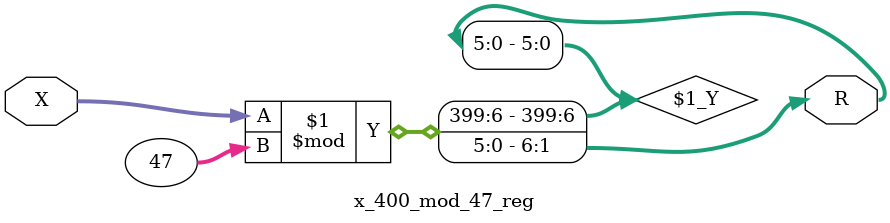
<source format=v>
module x_400_mod_47_reg(
    input [400:1] X,
    output [6:1] R
    );


assign R = X % 47;

endmodule

</source>
